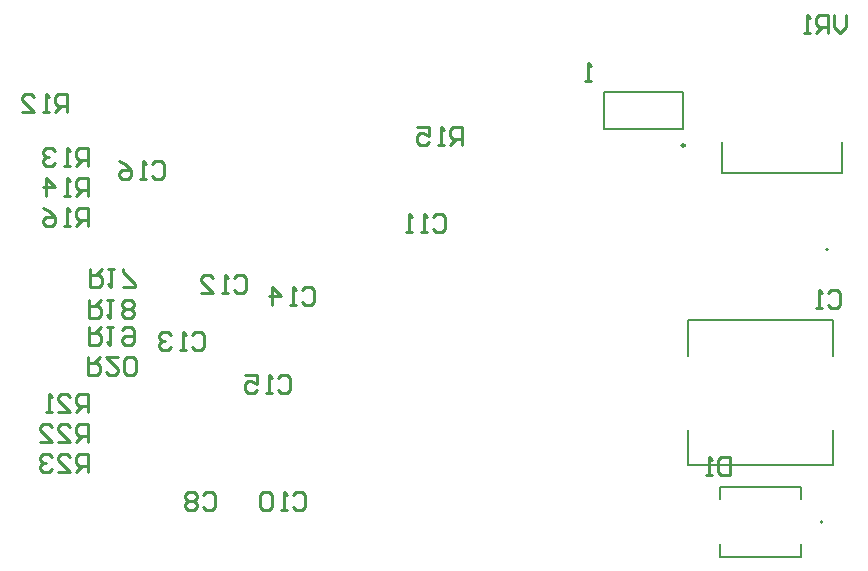
<source format=gbr>
G04*
G04 #@! TF.GenerationSoftware,Altium Limited,Altium Designer,22.4.2 (48)*
G04*
G04 Layer_Color=32896*
%FSLAX24Y24*%
%MOIN*%
G70*
G04*
G04 #@! TF.SameCoordinates,3D4B7757-4479-4088-A00E-F10E6AE17A54*
G04*
G04*
G04 #@! TF.FilePolarity,Positive*
G04*
G01*
G75*
%ADD10C,0.0100*%
%ADD11C,0.0079*%
%ADD12C,0.0098*%
%ADD17C,0.0050*%
D10*
X32661Y16070D02*
Y16670D01*
X32361D01*
X32261Y16570D01*
Y16370D01*
X32361Y16270D01*
X32661D01*
X32461D02*
X32261Y16070D01*
X32061D02*
X31861D01*
X31961D01*
Y16670D01*
X32061Y16570D01*
X31161Y16670D02*
X31561D01*
Y16370D01*
X31361Y16470D01*
X31261D01*
X31161Y16370D01*
Y16170D01*
X31261Y16070D01*
X31461D01*
X31561Y16170D01*
X26531Y8300D02*
X26631Y8400D01*
X26831D01*
X26931Y8300D01*
Y7900D01*
X26831Y7800D01*
X26631D01*
X26531Y7900D01*
X26331Y7800D02*
X26131D01*
X26231D01*
Y8400D01*
X26331Y8300D01*
X25431Y8400D02*
X25831D01*
Y8100D01*
X25631Y8200D01*
X25531D01*
X25431Y8100D01*
Y7900D01*
X25531Y7800D01*
X25731D01*
X25831Y7900D01*
X27341Y11230D02*
X27441Y11330D01*
X27641D01*
X27741Y11230D01*
Y10830D01*
X27641Y10730D01*
X27441D01*
X27341Y10830D01*
X27141Y10730D02*
X26941D01*
X27041D01*
Y11330D01*
X27141Y11230D01*
X26341Y10730D02*
Y11330D01*
X26641Y11030D01*
X26241D01*
X23661Y9740D02*
X23761Y9840D01*
X23961D01*
X24061Y9740D01*
Y9340D01*
X23961Y9240D01*
X23761D01*
X23661Y9340D01*
X23461Y9240D02*
X23261D01*
X23361D01*
Y9840D01*
X23461Y9740D01*
X22961D02*
X22861Y9840D01*
X22661D01*
X22561Y9740D01*
Y9640D01*
X22661Y9540D01*
X22761D01*
X22661D01*
X22561Y9440D01*
Y9340D01*
X22661Y9240D01*
X22861D01*
X22961Y9340D01*
X25071Y11650D02*
X25171Y11750D01*
X25371D01*
X25471Y11650D01*
Y11250D01*
X25371Y11150D01*
X25171D01*
X25071Y11250D01*
X24871Y11150D02*
X24671D01*
X24771D01*
Y11750D01*
X24871Y11650D01*
X23971Y11150D02*
X24371D01*
X23971Y11550D01*
Y11650D01*
X24071Y11750D01*
X24271D01*
X24371Y11650D01*
X27031Y4400D02*
X27131Y4500D01*
X27331D01*
X27431Y4400D01*
Y4000D01*
X27331Y3900D01*
X27131D01*
X27031Y4000D01*
X26831Y3900D02*
X26631D01*
X26731D01*
Y4500D01*
X26831Y4400D01*
X26331D02*
X26231Y4500D01*
X26031D01*
X25931Y4400D01*
Y4000D01*
X26031Y3900D01*
X26231D01*
X26331Y4000D01*
Y4400D01*
X24031D02*
X24131Y4500D01*
X24331D01*
X24431Y4400D01*
Y4000D01*
X24331Y3900D01*
X24131D01*
X24031Y4000D01*
X23831Y4400D02*
X23731Y4500D01*
X23531D01*
X23431Y4400D01*
Y4300D01*
X23531Y4200D01*
X23431Y4100D01*
Y4000D01*
X23531Y3900D01*
X23731D01*
X23831Y4000D01*
Y4100D01*
X23731Y4200D01*
X23831Y4300D01*
Y4400D01*
X23731Y4200D02*
X23531D01*
X45471Y20400D02*
Y20000D01*
X45271Y19800D01*
X45071Y20000D01*
Y20400D01*
X44871Y19800D02*
Y20400D01*
X44571D01*
X44471Y20300D01*
Y20100D01*
X44571Y20000D01*
X44871D01*
X44671D02*
X44471Y19800D01*
X44271D02*
X44071D01*
X44171D01*
Y20400D01*
X44271Y20300D01*
X41591Y5680D02*
Y5080D01*
X41291D01*
X41191Y5180D01*
Y5580D01*
X41291Y5680D01*
X41591D01*
X40991Y5080D02*
X40791D01*
X40891D01*
Y5680D01*
X40991Y5580D01*
X22341Y15440D02*
X22441Y15540D01*
X22641D01*
X22741Y15440D01*
Y15040D01*
X22641Y14940D01*
X22441D01*
X22341Y15040D01*
X22141Y14940D02*
X21941D01*
X22041D01*
Y15540D01*
X22141Y15440D01*
X21241Y15540D02*
X21441Y15440D01*
X21641Y15240D01*
Y15040D01*
X21541Y14940D01*
X21341D01*
X21241Y15040D01*
Y15140D01*
X21341Y15240D01*
X21641D01*
X31691Y13660D02*
X31791Y13760D01*
X31991D01*
X32091Y13660D01*
Y13260D01*
X31991Y13160D01*
X31791D01*
X31691Y13260D01*
X31491Y13160D02*
X31291D01*
X31391D01*
Y13760D01*
X31491Y13660D01*
X30991Y13160D02*
X30791D01*
X30891D01*
Y13760D01*
X30991Y13660D01*
X20211Y5180D02*
Y5780D01*
X19911D01*
X19811Y5680D01*
Y5480D01*
X19911Y5380D01*
X20211D01*
X20011D02*
X19811Y5180D01*
X19211D02*
X19611D01*
X19211Y5580D01*
Y5680D01*
X19311Y5780D01*
X19511D01*
X19611Y5680D01*
X19011D02*
X18911Y5780D01*
X18711D01*
X18611Y5680D01*
Y5580D01*
X18711Y5480D01*
X18811D01*
X18711D01*
X18611Y5380D01*
Y5280D01*
X18711Y5180D01*
X18911D01*
X19011Y5280D01*
X20211Y6170D02*
Y6770D01*
X19911D01*
X19811Y6670D01*
Y6470D01*
X19911Y6370D01*
X20211D01*
X20011D02*
X19811Y6170D01*
X19211D02*
X19611D01*
X19211Y6570D01*
Y6670D01*
X19311Y6770D01*
X19511D01*
X19611Y6670D01*
X18611Y6170D02*
X19011D01*
X18611Y6570D01*
Y6670D01*
X18711Y6770D01*
X18911D01*
X19011Y6670D01*
X20211Y7170D02*
Y7770D01*
X19911D01*
X19811Y7670D01*
Y7470D01*
X19911Y7370D01*
X20211D01*
X20011D02*
X19811Y7170D01*
X19211D02*
X19611D01*
X19211Y7570D01*
Y7670D01*
X19311Y7770D01*
X19511D01*
X19611Y7670D01*
X19011Y7170D02*
X18811D01*
X18911D01*
Y7770D01*
X19011Y7670D01*
X20181Y8990D02*
Y8390D01*
X20481D01*
X20581Y8490D01*
Y8690D01*
X20481Y8790D01*
X20181D01*
X20381D02*
X20581Y8990D01*
X21181D02*
X20781D01*
X21181Y8590D01*
Y8490D01*
X21081Y8390D01*
X20881D01*
X20781Y8490D01*
X21381D02*
X21481Y8390D01*
X21681D01*
X21781Y8490D01*
Y8890D01*
X21681Y8990D01*
X21481D01*
X21381Y8890D01*
Y8490D01*
X20221Y10020D02*
Y9420D01*
X20521D01*
X20621Y9520D01*
Y9720D01*
X20521Y9820D01*
X20221D01*
X20421D02*
X20621Y10020D01*
X20821D02*
X21021D01*
X20921D01*
Y9420D01*
X20821Y9520D01*
X21321Y9920D02*
X21421Y10020D01*
X21621D01*
X21721Y9920D01*
Y9520D01*
X21621Y9420D01*
X21421D01*
X21321Y9520D01*
Y9620D01*
X21421Y9720D01*
X21721D01*
X20231Y10918D02*
Y10318D01*
X20531D01*
X20631Y10418D01*
Y10618D01*
X20531Y10718D01*
X20231D01*
X20431D02*
X20631Y10918D01*
X20831D02*
X21031D01*
X20931D01*
Y10318D01*
X20831Y10418D01*
X21331D02*
X21431Y10318D01*
X21631D01*
X21731Y10418D01*
Y10518D01*
X21631Y10618D01*
X21731Y10718D01*
Y10818D01*
X21631Y10918D01*
X21431D01*
X21331Y10818D01*
Y10718D01*
X21431Y10618D01*
X21331Y10518D01*
Y10418D01*
X21431Y10618D02*
X21631D01*
X20261Y11945D02*
Y11345D01*
X20561D01*
X20661Y11445D01*
Y11645D01*
X20561Y11745D01*
X20261D01*
X20461D02*
X20661Y11945D01*
X20861D02*
X21061D01*
X20961D01*
Y11345D01*
X20861Y11445D01*
X21361Y11345D02*
X21761D01*
Y11445D01*
X21361Y11845D01*
Y11945D01*
X20211Y13380D02*
Y13980D01*
X19911D01*
X19811Y13880D01*
Y13680D01*
X19911Y13580D01*
X20211D01*
X20011D02*
X19811Y13380D01*
X19611D02*
X19411D01*
X19511D01*
Y13980D01*
X19611Y13880D01*
X18711Y13980D02*
X18911Y13880D01*
X19111Y13680D01*
Y13480D01*
X19011Y13380D01*
X18811D01*
X18711Y13480D01*
Y13580D01*
X18811Y13680D01*
X19111D01*
X20211Y14380D02*
Y14980D01*
X19911D01*
X19811Y14880D01*
Y14680D01*
X19911Y14580D01*
X20211D01*
X20011D02*
X19811Y14380D01*
X19611D02*
X19411D01*
X19511D01*
Y14980D01*
X19611Y14880D01*
X18811Y14380D02*
Y14980D01*
X19111Y14680D01*
X18711D01*
X20211Y15380D02*
Y15980D01*
X19911D01*
X19811Y15880D01*
Y15680D01*
X19911Y15580D01*
X20211D01*
X20011D02*
X19811Y15380D01*
X19611D02*
X19411D01*
X19511D01*
Y15980D01*
X19611Y15880D01*
X19111D02*
X19011Y15980D01*
X18811D01*
X18711Y15880D01*
Y15780D01*
X18811Y15680D01*
X18911D01*
X18811D01*
X18711Y15580D01*
Y15480D01*
X18811Y15380D01*
X19011D01*
X19111Y15480D01*
X19501Y17160D02*
Y17760D01*
X19201D01*
X19101Y17660D01*
Y17460D01*
X19201Y17360D01*
X19501D01*
X19301D02*
X19101Y17160D01*
X18901D02*
X18701D01*
X18801D01*
Y17760D01*
X18901Y17660D01*
X18001Y17160D02*
X18401D01*
X18001Y17560D01*
Y17660D01*
X18101Y17760D01*
X18301D01*
X18401Y17660D01*
X44861Y11140D02*
X44961Y11240D01*
X45161D01*
X45261Y11140D01*
Y10740D01*
X45161Y10640D01*
X44961D01*
X44861Y10740D01*
X44661Y10640D02*
X44461D01*
X44561D01*
Y11240D01*
X44661Y11140D01*
X36971Y18190D02*
X36771D01*
X36871D01*
Y18790D01*
X36971Y18690D01*
D11*
X44688Y3510D02*
G03*
X44688Y3510I-39J0D01*
G01*
X44867Y12587D02*
G03*
X44867Y12587I-39J0D01*
G01*
X37382Y16600D02*
X40020D01*
X37382Y17821D02*
X40020D01*
Y16600D02*
Y17821D01*
X37382Y16600D02*
Y17821D01*
X40180Y10232D02*
X45022D01*
X40180Y5389D02*
X45022D01*
Y9051D02*
Y10232D01*
X40180Y9051D02*
Y10232D01*
X45022Y5389D02*
Y6570D01*
X40180Y5389D02*
Y6570D01*
D12*
X40089Y16059D02*
G03*
X40089Y16059I-49J0D01*
G01*
D17*
X43954Y4262D02*
Y4672D01*
X41248Y4262D02*
Y4672D01*
X43954D01*
X41248Y2349D02*
Y2758D01*
X43954Y2349D02*
Y2758D01*
X41248Y2349D02*
X43954D01*
X41332Y15125D02*
Y16165D01*
Y15125D02*
X45332D01*
Y16165D01*
M02*

</source>
